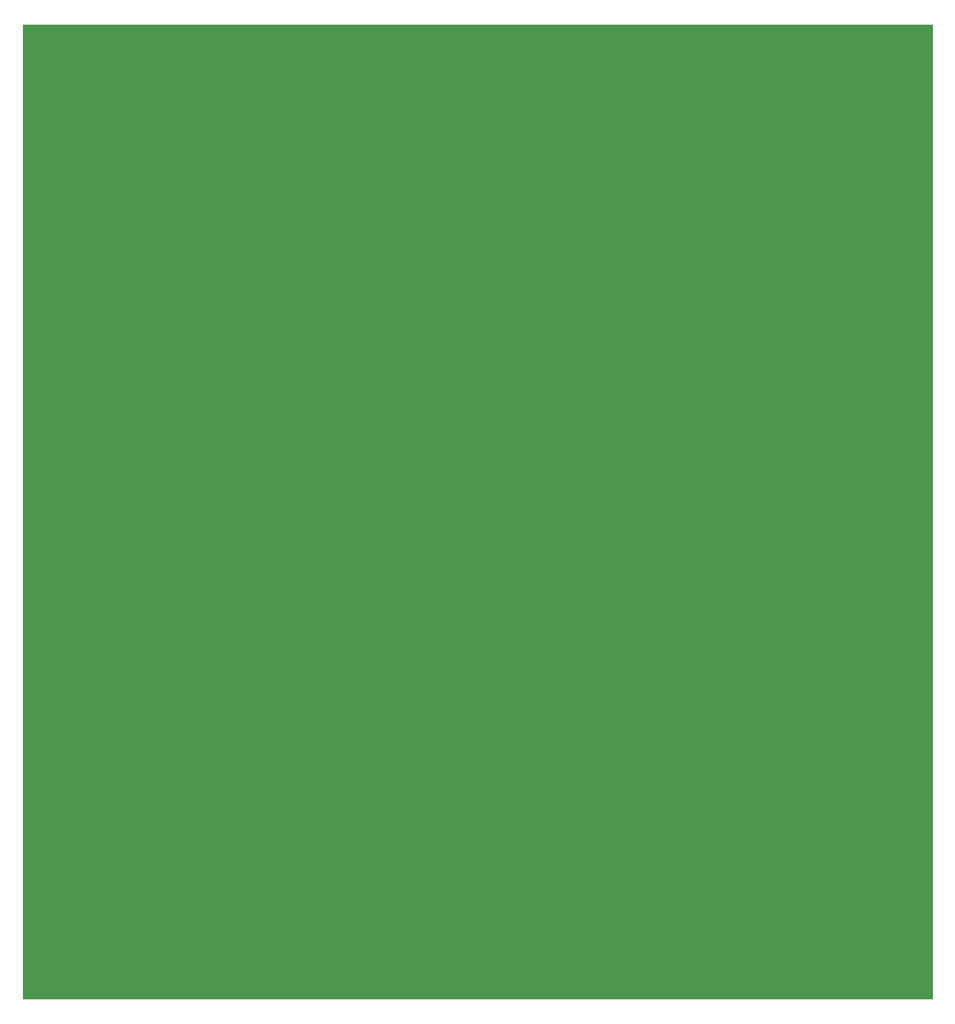
<source format=gbl>
%MOIN*%
%OFA0B0*%
%FSLAX44Y44*%
%IPPOS*%
%LPD*%
%ADD10R,0.0015506123092315811X0.0030974960246757484*%
D10*
X-00000115Y-00000084D02*
X00035564Y-00000084D01*
X-00000115Y-00000053D02*
X00035564Y-00000053D01*
X-00000115Y-00000022D02*
X00035564Y-00000022D01*
X-00000115Y00000008D02*
X00035564Y00000008D01*
X-00000115Y00000039D02*
X00035564Y00000039D01*
X-00000115Y00000070D02*
X00035564Y00000070D01*
X-00000115Y00000101D02*
X00035564Y00000101D01*
X-00000115Y00000132D02*
X00035564Y00000132D01*
X-00000115Y00000163D02*
X00035564Y00000163D01*
X-00000115Y00000194D02*
X00035564Y00000194D01*
X-00000115Y00000225D02*
X00035564Y00000225D01*
X-00000115Y00000256D02*
X00035564Y00000256D01*
X-00000115Y00000287D02*
X00035564Y00000287D01*
X-00000115Y00000318D02*
X00035564Y00000318D01*
X-00000115Y00000349D02*
X00035564Y00000349D01*
X-00000115Y00000380D02*
X00035564Y00000380D01*
X-00000115Y00000411D02*
X00035564Y00000411D01*
X-00000115Y00000442D02*
X00035564Y00000442D01*
X-00000115Y00000473D02*
X00035564Y00000473D01*
X-00000115Y00000504D02*
X00035564Y00000504D01*
X-00000115Y00000534D02*
X00035564Y00000534D01*
X-00000115Y00000565D02*
X00035564Y00000565D01*
X-00000115Y00000596D02*
X00035564Y00000596D01*
X-00000115Y00000627D02*
X00035564Y00000627D01*
X-00000115Y00000658D02*
X00035564Y00000658D01*
X-00000115Y00000689D02*
X00035564Y00000689D01*
X-00000115Y00000720D02*
X00035564Y00000720D01*
X-00000115Y00000751D02*
X00035564Y00000751D01*
X-00000115Y00000782D02*
X00035564Y00000782D01*
X-00000115Y00000813D02*
X00035564Y00000813D01*
X-00000115Y00000844D02*
X00035564Y00000844D01*
X-00000115Y00000875D02*
X00035564Y00000875D01*
X-00000115Y00000906D02*
X00035564Y00000906D01*
X-00000115Y00000937D02*
X00035564Y00000937D01*
X-00000115Y00000968D02*
X00035564Y00000968D01*
X-00000115Y00000999D02*
X00035564Y00000999D01*
X-00000115Y00001030D02*
X00035564Y00001030D01*
X-00000115Y00001061D02*
X00035564Y00001061D01*
X-00000115Y00001092D02*
X00035564Y00001092D01*
X-00000115Y00001123D02*
X00035564Y00001123D01*
X-00000115Y00001154D02*
X00035564Y00001154D01*
X-00000115Y00001185D02*
X00035564Y00001185D01*
X-00000115Y00001216D02*
X00035564Y00001216D01*
X-00000115Y00001247D02*
X00035564Y00001247D01*
X-00000115Y00001278D02*
X00035564Y00001278D01*
X-00000115Y00001309D02*
X00035564Y00001309D01*
X-00000115Y00001340D02*
X00035564Y00001340D01*
X-00000115Y00001371D02*
X00035564Y00001371D01*
X-00000115Y00001402D02*
X00035564Y00001402D01*
X-00000115Y00001433D02*
X00035564Y00001433D01*
X-00000115Y00001464D02*
X00035564Y00001464D01*
X-00000115Y00001495D02*
X00035564Y00001495D01*
X-00000115Y00001526D02*
X00035564Y00001526D01*
X-00000115Y00001557D02*
X00035564Y00001557D01*
X-00000115Y00001588D02*
X00035564Y00001588D01*
X-00000115Y00001619D02*
X00035564Y00001619D01*
X-00000115Y00001650D02*
X00035564Y00001650D01*
X-00000115Y00001681D02*
X00035564Y00001681D01*
X-00000115Y00001712D02*
X00035564Y00001712D01*
X-00000115Y00001743D02*
X00035564Y00001743D01*
X-00000115Y00001773D02*
X00035564Y00001773D01*
X-00000115Y00001804D02*
X00035564Y00001804D01*
X-00000115Y00001835D02*
X00035564Y00001835D01*
X-00000115Y00001866D02*
X00035564Y00001866D01*
X-00000115Y00001897D02*
X00035564Y00001897D01*
X-00000115Y00001928D02*
X00035564Y00001928D01*
X-00000115Y00001959D02*
X00035564Y00001959D01*
X-00000115Y00001990D02*
X00035564Y00001990D01*
X-00000115Y00002021D02*
X00035564Y00002021D01*
X-00000115Y00002052D02*
X00035564Y00002052D01*
X-00000115Y00002083D02*
X00035564Y00002083D01*
X-00000115Y00002114D02*
X00035564Y00002114D01*
X-00000115Y00002145D02*
X00035564Y00002145D01*
X-00000115Y00002176D02*
X00035564Y00002176D01*
X-00000115Y00002207D02*
X00035564Y00002207D01*
X-00000115Y00002238D02*
X00035564Y00002238D01*
X-00000115Y00002269D02*
X00035564Y00002269D01*
X-00000115Y00002300D02*
X00035564Y00002300D01*
X-00000115Y00002331D02*
X00035564Y00002331D01*
X-00000115Y00002362D02*
X00035564Y00002362D01*
X-00000115Y00002393D02*
X00035564Y00002393D01*
X-00000115Y00002424D02*
X00035564Y00002424D01*
X-00000115Y00002455D02*
X00035564Y00002455D01*
X-00000115Y00002486D02*
X00035564Y00002486D01*
X-00000115Y00002517D02*
X00035564Y00002517D01*
X-00000115Y00002548D02*
X00035564Y00002548D01*
X-00000115Y00002579D02*
X00035564Y00002579D01*
X-00000115Y00002610D02*
X00035564Y00002610D01*
X-00000115Y00002641D02*
X00035564Y00002641D01*
X-00000115Y00002672D02*
X00035564Y00002672D01*
X-00000115Y00002703D02*
X00035564Y00002703D01*
X-00000115Y00002734D02*
X00035564Y00002734D01*
X-00000115Y00002765D02*
X00035564Y00002765D01*
X-00000115Y00002796D02*
X00035564Y00002796D01*
X-00000115Y00002827D02*
X00035564Y00002827D01*
X-00000115Y00002858D02*
X00035564Y00002858D01*
X-00000115Y00002889D02*
X00035564Y00002889D01*
X-00000115Y00002920D02*
X00035564Y00002920D01*
X-00000115Y00002951D02*
X00035564Y00002951D01*
X-00000115Y00002982D02*
X00035564Y00002982D01*
X-00000115Y00003012D02*
X00035564Y00003012D01*
X-00000115Y00003043D02*
X00035564Y00003043D01*
X-00000115Y00003074D02*
X00035564Y00003074D01*
X-00000115Y00003105D02*
X00035564Y00003105D01*
X-00000115Y00003136D02*
X00035564Y00003136D01*
X-00000115Y00003167D02*
X00035564Y00003167D01*
X-00000115Y00003198D02*
X00035564Y00003198D01*
X-00000115Y00003229D02*
X00035564Y00003229D01*
X-00000115Y00003260D02*
X00035564Y00003260D01*
X-00000115Y00003291D02*
X00035564Y00003291D01*
X-00000115Y00003322D02*
X00035564Y00003322D01*
X-00000115Y00003353D02*
X00035564Y00003353D01*
X-00000115Y00003384D02*
X00035564Y00003384D01*
X-00000115Y00003415D02*
X00035564Y00003415D01*
X-00000115Y00003446D02*
X00035564Y00003446D01*
X-00000115Y00003477D02*
X00035564Y00003477D01*
X-00000115Y00003508D02*
X00035564Y00003508D01*
X-00000115Y00003539D02*
X00035564Y00003539D01*
X-00000115Y00003570D02*
X00035564Y00003570D01*
X-00000115Y00003601D02*
X00035564Y00003601D01*
X-00000115Y00003632D02*
X00035564Y00003632D01*
X-00000115Y00003663D02*
X00035564Y00003663D01*
X-00000115Y00003694D02*
X00035564Y00003694D01*
X-00000115Y00003725D02*
X00035564Y00003725D01*
X-00000115Y00003756D02*
X00035564Y00003756D01*
X-00000115Y00003787D02*
X00035564Y00003787D01*
X-00000115Y00003818D02*
X00035564Y00003818D01*
X-00000115Y00003849D02*
X00035564Y00003849D01*
X-00000115Y00003880D02*
X00035564Y00003880D01*
X-00000115Y00003911D02*
X00035564Y00003911D01*
X-00000115Y00003942D02*
X00035564Y00003942D01*
X-00000115Y00003973D02*
X00035564Y00003973D01*
X-00000115Y00004004D02*
X00035564Y00004004D01*
X-00000115Y00004035D02*
X00035564Y00004035D01*
X-00000115Y00004066D02*
X00035564Y00004066D01*
X-00000115Y00004097D02*
X00035564Y00004097D01*
X-00000115Y00004128D02*
X00035564Y00004128D01*
X-00000115Y00004159D02*
X00035564Y00004159D01*
X-00000115Y00004190D02*
X00035564Y00004190D01*
X-00000115Y00004221D02*
X00035564Y00004221D01*
X-00000115Y00004251D02*
X00035564Y00004251D01*
X-00000115Y00004282D02*
X00035564Y00004282D01*
X-00000115Y00004313D02*
X00035564Y00004313D01*
X-00000115Y00004344D02*
X00035564Y00004344D01*
X-00000115Y00004375D02*
X00035564Y00004375D01*
X-00000115Y00004406D02*
X00035564Y00004406D01*
X-00000115Y00004437D02*
X00035564Y00004437D01*
X-00000115Y00004468D02*
X00035564Y00004468D01*
X-00000115Y00004499D02*
X00035564Y00004499D01*
X-00000115Y00004530D02*
X00035564Y00004530D01*
X-00000115Y00004561D02*
X00035564Y00004561D01*
X-00000115Y00004592D02*
X00035564Y00004592D01*
X-00000115Y00004623D02*
X00035564Y00004623D01*
X-00000115Y00004654D02*
X00035564Y00004654D01*
X-00000115Y00004685D02*
X00035564Y00004685D01*
X-00000115Y00004716D02*
X00035564Y00004716D01*
X-00000115Y00004747D02*
X00035564Y00004747D01*
X-00000115Y00004778D02*
X00035564Y00004778D01*
X-00000115Y00004809D02*
X00035564Y00004809D01*
X-00000115Y00004840D02*
X00035564Y00004840D01*
X-00000115Y00004871D02*
X00035564Y00004871D01*
X-00000115Y00004902D02*
X00035564Y00004902D01*
X-00000115Y00004933D02*
X00035564Y00004933D01*
X-00000115Y00004964D02*
X00035564Y00004964D01*
X-00000115Y00004995D02*
X00035564Y00004995D01*
X-00000115Y00005026D02*
X00035564Y00005026D01*
X-00000115Y00005057D02*
X00035564Y00005057D01*
X-00000115Y00005088D02*
X00035564Y00005088D01*
X-00000115Y00005119D02*
X00035564Y00005119D01*
X-00000115Y00005150D02*
X00035564Y00005150D01*
X-00000115Y00005181D02*
X00035564Y00005181D01*
X-00000115Y00005212D02*
X00035564Y00005212D01*
X-00000115Y00005243D02*
X00035564Y00005243D01*
X-00000115Y00005274D02*
X00035564Y00005274D01*
X-00000115Y00005305D02*
X00035564Y00005305D01*
X-00000115Y00005336D02*
X00035564Y00005336D01*
X-00000115Y00005367D02*
X00035564Y00005367D01*
X-00000115Y00005398D02*
X00035564Y00005398D01*
X-00000115Y00005429D02*
X00035564Y00005429D01*
X-00000115Y00005460D02*
X00035564Y00005460D01*
X-00000115Y00005490D02*
X00035564Y00005490D01*
X-00000115Y00005521D02*
X00035564Y00005521D01*
X-00000115Y00005552D02*
X00035564Y00005552D01*
X-00000115Y00005583D02*
X00035564Y00005583D01*
X-00000115Y00005614D02*
X00035564Y00005614D01*
X-00000115Y00005645D02*
X00035564Y00005645D01*
X-00000115Y00005676D02*
X00035564Y00005676D01*
X-00000115Y00005707D02*
X00035564Y00005707D01*
X-00000115Y00005738D02*
X00035564Y00005738D01*
X-00000115Y00005769D02*
X00035564Y00005769D01*
X-00000115Y00005800D02*
X00035564Y00005800D01*
X-00000115Y00005831D02*
X00035564Y00005831D01*
X-00000115Y00005862D02*
X00035564Y00005862D01*
X-00000115Y00005893D02*
X00035564Y00005893D01*
X-00000115Y00005924D02*
X00035564Y00005924D01*
X-00000115Y00005955D02*
X00035564Y00005955D01*
X-00000115Y00005986D02*
X00035564Y00005986D01*
X-00000115Y00006017D02*
X00035564Y00006017D01*
X-00000115Y00006048D02*
X00035564Y00006048D01*
X-00000115Y00006079D02*
X00035564Y00006079D01*
X-00000115Y00006110D02*
X00035564Y00006110D01*
X-00000115Y00006141D02*
X00035564Y00006141D01*
X-00000115Y00006172D02*
X00035564Y00006172D01*
X-00000115Y00006203D02*
X00035564Y00006203D01*
X-00000115Y00006234D02*
X00035564Y00006234D01*
X-00000115Y00006265D02*
X00035564Y00006265D01*
X-00000115Y00006296D02*
X00035564Y00006296D01*
X-00000115Y00006327D02*
X00035564Y00006327D01*
X-00000115Y00006358D02*
X00035564Y00006358D01*
X-00000115Y00006389D02*
X00035564Y00006389D01*
X-00000115Y00006420D02*
X00035564Y00006420D01*
X-00000115Y00006451D02*
X00035564Y00006451D01*
X-00000115Y00006482D02*
X00035564Y00006482D01*
X-00000115Y00006513D02*
X00035564Y00006513D01*
X-00000115Y00006544D02*
X00035564Y00006544D01*
X-00000115Y00006575D02*
X00035564Y00006575D01*
X-00000115Y00006606D02*
X00035564Y00006606D01*
X-00000115Y00006637D02*
X00035564Y00006637D01*
X-00000115Y00006668D02*
X00035564Y00006668D01*
X-00000115Y00006699D02*
X00035564Y00006699D01*
X-00000115Y00006729D02*
X00035564Y00006729D01*
X-00000115Y00006760D02*
X00035564Y00006760D01*
X-00000115Y00006791D02*
X00035564Y00006791D01*
X-00000115Y00006822D02*
X00035564Y00006822D01*
X-00000115Y00006853D02*
X00035564Y00006853D01*
X-00000115Y00006884D02*
X00035564Y00006884D01*
X-00000115Y00006915D02*
X00035564Y00006915D01*
X-00000115Y00006946D02*
X00035564Y00006946D01*
X-00000115Y00006977D02*
X00035564Y00006977D01*
X-00000115Y00007008D02*
X00035564Y00007008D01*
X-00000115Y00007039D02*
X00035564Y00007039D01*
X-00000115Y00007070D02*
X00035564Y00007070D01*
X-00000115Y00007101D02*
X00035564Y00007101D01*
X-00000115Y00007132D02*
X00035564Y00007132D01*
X-00000115Y00007163D02*
X00035564Y00007163D01*
X-00000115Y00007194D02*
X00035564Y00007194D01*
X-00000115Y00007225D02*
X00035564Y00007225D01*
X-00000115Y00007256D02*
X00035564Y00007256D01*
X-00000115Y00007287D02*
X00035564Y00007287D01*
X-00000115Y00007318D02*
X00035564Y00007318D01*
X-00000115Y00007349D02*
X00035564Y00007349D01*
X-00000115Y00007380D02*
X00035564Y00007380D01*
X-00000115Y00007411D02*
X00035564Y00007411D01*
X-00000115Y00007442D02*
X00035564Y00007442D01*
X-00000115Y00007473D02*
X00035564Y00007473D01*
X-00000115Y00007504D02*
X00035564Y00007504D01*
X-00000115Y00007535D02*
X00035564Y00007535D01*
X-00000115Y00007566D02*
X00035564Y00007566D01*
X-00000115Y00007597D02*
X00035564Y00007597D01*
X-00000115Y00007628D02*
X00035564Y00007628D01*
X-00000115Y00007659D02*
X00035564Y00007659D01*
X-00000115Y00007690D02*
X00035564Y00007690D01*
X-00000115Y00007721D02*
X00035564Y00007721D01*
X-00000115Y00007752D02*
X00035564Y00007752D01*
X-00000115Y00007783D02*
X00035564Y00007783D01*
X-00000115Y00007814D02*
X00035564Y00007814D01*
X-00000115Y00007845D02*
X00035564Y00007845D01*
X-00000115Y00007876D02*
X00035564Y00007876D01*
X-00000115Y00007907D02*
X00035564Y00007907D01*
X-00000115Y00007938D02*
X00035564Y00007938D01*
X-00000115Y00007968D02*
X00035564Y00007968D01*
X-00000115Y00007999D02*
X00035564Y00007999D01*
X-00000115Y00008030D02*
X00035564Y00008030D01*
X-00000115Y00008061D02*
X00035564Y00008061D01*
X-00000115Y00008092D02*
X00035564Y00008092D01*
X-00000115Y00008123D02*
X00035564Y00008123D01*
X-00000115Y00008154D02*
X00035564Y00008154D01*
X-00000115Y00008185D02*
X00035564Y00008185D01*
X-00000115Y00008216D02*
X00035564Y00008216D01*
X-00000115Y00008247D02*
X00035564Y00008247D01*
X-00000115Y00008278D02*
X00035564Y00008278D01*
X-00000115Y00008309D02*
X00035564Y00008309D01*
X-00000115Y00008340D02*
X00035564Y00008340D01*
X-00000115Y00008371D02*
X00035564Y00008371D01*
X-00000115Y00008402D02*
X00035564Y00008402D01*
X-00000115Y00008433D02*
X00035564Y00008433D01*
X-00000115Y00008464D02*
X00035564Y00008464D01*
X-00000115Y00008495D02*
X00035564Y00008495D01*
X-00000115Y00008526D02*
X00035564Y00008526D01*
X-00000115Y00008557D02*
X00035564Y00008557D01*
X-00000115Y00008588D02*
X00035564Y00008588D01*
X-00000115Y00008619D02*
X00035564Y00008619D01*
X-00000115Y00008650D02*
X00035564Y00008650D01*
X-00000115Y00008681D02*
X00035564Y00008681D01*
X-00000115Y00008712D02*
X00035564Y00008712D01*
X-00000115Y00008743D02*
X00035564Y00008743D01*
X-00000115Y00008774D02*
X00035564Y00008774D01*
X-00000115Y00008805D02*
X00035564Y00008805D01*
X-00000115Y00008836D02*
X00035564Y00008836D01*
X-00000115Y00008867D02*
X00035564Y00008867D01*
X-00000115Y00008898D02*
X00035564Y00008898D01*
X-00000115Y00008929D02*
X00035564Y00008929D01*
X-00000115Y00008960D02*
X00035564Y00008960D01*
X-00000115Y00008991D02*
X00035564Y00008991D01*
X-00000115Y00009022D02*
X00035564Y00009022D01*
X-00000115Y00009053D02*
X00035564Y00009053D01*
X-00000115Y00009084D02*
X00035564Y00009084D01*
X-00000115Y00009115D02*
X00035564Y00009115D01*
X-00000115Y00009146D02*
X00035564Y00009146D01*
X-00000115Y00009177D02*
X00035564Y00009177D01*
X-00000115Y00009207D02*
X00035564Y00009207D01*
X-00000115Y00009238D02*
X00035564Y00009238D01*
X-00000115Y00009269D02*
X00035564Y00009269D01*
X-00000115Y00009300D02*
X00035564Y00009300D01*
X-00000115Y00009331D02*
X00035564Y00009331D01*
X-00000115Y00009362D02*
X00035564Y00009362D01*
X-00000115Y00009393D02*
X00035564Y00009393D01*
X-00000115Y00009424D02*
X00035564Y00009424D01*
X-00000115Y00009455D02*
X00035564Y00009455D01*
X-00000115Y00009486D02*
X00035564Y00009486D01*
X-00000115Y00009517D02*
X00035564Y00009517D01*
X-00000115Y00009548D02*
X00035564Y00009548D01*
X-00000115Y00009579D02*
X00035564Y00009579D01*
X-00000115Y00009610D02*
X00035564Y00009610D01*
X-00000115Y00009641D02*
X00035564Y00009641D01*
X-00000115Y00009672D02*
X00035564Y00009672D01*
X-00000115Y00009703D02*
X00035564Y00009703D01*
X-00000115Y00009734D02*
X00035564Y00009734D01*
X-00000115Y00009765D02*
X00035564Y00009765D01*
X-00000115Y00009796D02*
X00035564Y00009796D01*
X-00000115Y00009827D02*
X00035564Y00009827D01*
X-00000115Y00009858D02*
X00035564Y00009858D01*
X-00000115Y00009889D02*
X00035564Y00009889D01*
X-00000115Y00009920D02*
X00035564Y00009920D01*
X-00000115Y00009951D02*
X00035564Y00009951D01*
X-00000115Y00009982D02*
X00035564Y00009982D01*
X-00000115Y00010013D02*
X00035564Y00010013D01*
X-00000115Y00010044D02*
X00035564Y00010044D01*
X-00000115Y00010075D02*
X00035564Y00010075D01*
X-00000115Y00010106D02*
X00035564Y00010106D01*
X-00000115Y00010137D02*
X00035564Y00010137D01*
X-00000115Y00010168D02*
X00035564Y00010168D01*
X-00000115Y00010199D02*
X00035564Y00010199D01*
X-00000115Y00010230D02*
X00035564Y00010230D01*
X-00000115Y00010261D02*
X00035564Y00010261D01*
X-00000115Y00010292D02*
X00035564Y00010292D01*
X-00000115Y00010323D02*
X00035564Y00010323D01*
X-00000115Y00010354D02*
X00035564Y00010354D01*
X-00000115Y00010385D02*
X00035564Y00010385D01*
X-00000115Y00010415D02*
X00035564Y00010415D01*
X-00000115Y00010446D02*
X00035564Y00010446D01*
X-00000115Y00010477D02*
X00035564Y00010477D01*
X-00000115Y00010508D02*
X00035564Y00010508D01*
X-00000115Y00010539D02*
X00035564Y00010539D01*
X-00000115Y00010570D02*
X00035564Y00010570D01*
X-00000115Y00010601D02*
X00035564Y00010601D01*
X-00000115Y00010632D02*
X00035564Y00010632D01*
X-00000115Y00010663D02*
X00035564Y00010663D01*
X-00000115Y00010694D02*
X00035564Y00010694D01*
X-00000115Y00010725D02*
X00035564Y00010725D01*
X-00000115Y00010756D02*
X00035564Y00010756D01*
X-00000115Y00010787D02*
X00035564Y00010787D01*
X-00000115Y00010818D02*
X00035564Y00010818D01*
X-00000115Y00010849D02*
X00035564Y00010849D01*
X-00000115Y00010880D02*
X00035564Y00010880D01*
X-00000115Y00010911D02*
X00035564Y00010911D01*
X-00000115Y00010942D02*
X00035564Y00010942D01*
X-00000115Y00010973D02*
X00035564Y00010973D01*
X-00000115Y00011004D02*
X00035564Y00011004D01*
X-00000115Y00011035D02*
X00035564Y00011035D01*
X-00000115Y00011066D02*
X00035564Y00011066D01*
X-00000115Y00011097D02*
X00035564Y00011097D01*
X-00000115Y00011128D02*
X00035564Y00011128D01*
X-00000115Y00011159D02*
X00035564Y00011159D01*
X-00000115Y00011190D02*
X00035564Y00011190D01*
X-00000115Y00011221D02*
X00035564Y00011221D01*
X-00000115Y00011252D02*
X00035564Y00011252D01*
X-00000115Y00011283D02*
X00035564Y00011283D01*
X-00000115Y00011314D02*
X00035564Y00011314D01*
X-00000115Y00011345D02*
X00035564Y00011345D01*
X-00000115Y00011376D02*
X00035564Y00011376D01*
X-00000115Y00011407D02*
X00035564Y00011407D01*
X-00000115Y00011438D02*
X00035564Y00011438D01*
X-00000115Y00011469D02*
X00035564Y00011469D01*
X-00000115Y00011500D02*
X00035564Y00011500D01*
X-00000115Y00011531D02*
X00035564Y00011531D01*
X-00000115Y00011562D02*
X00035564Y00011562D01*
X-00000115Y00011593D02*
X00035564Y00011593D01*
X-00000115Y00011624D02*
X00035564Y00011624D01*
X-00000115Y00011654D02*
X00035564Y00011654D01*
X-00000115Y00011685D02*
X00035564Y00011685D01*
X-00000115Y00011716D02*
X00035564Y00011716D01*
X-00000115Y00011747D02*
X00035564Y00011747D01*
X-00000115Y00011778D02*
X00035564Y00011778D01*
X-00000115Y00011809D02*
X00035564Y00011809D01*
X-00000115Y00011840D02*
X00035564Y00011840D01*
X-00000115Y00011871D02*
X00035564Y00011871D01*
X-00000115Y00011902D02*
X00035564Y00011902D01*
X-00000115Y00011933D02*
X00035564Y00011933D01*
X-00000115Y00011964D02*
X00035564Y00011964D01*
X-00000115Y00011995D02*
X00035564Y00011995D01*
X-00000115Y00012026D02*
X00035564Y00012026D01*
X-00000115Y00012057D02*
X00035564Y00012057D01*
X-00000115Y00012088D02*
X00035564Y00012088D01*
X-00000115Y00012119D02*
X00035564Y00012119D01*
X-00000115Y00012150D02*
X00035564Y00012150D01*
X-00000115Y00012181D02*
X00035564Y00012181D01*
X-00000115Y00012212D02*
X00035564Y00012212D01*
X-00000115Y00012243D02*
X00035564Y00012243D01*
X-00000115Y00012274D02*
X00035564Y00012274D01*
X-00000115Y00012305D02*
X00035564Y00012305D01*
X-00000115Y00012336D02*
X00035564Y00012336D01*
X-00000115Y00012367D02*
X00035564Y00012367D01*
X-00000115Y00012398D02*
X00035564Y00012398D01*
X-00000115Y00012429D02*
X00035564Y00012429D01*
X-00000115Y00012460D02*
X00035564Y00012460D01*
X-00000115Y00012491D02*
X00035564Y00012491D01*
X-00000115Y00012522D02*
X00035564Y00012522D01*
X-00000115Y00012553D02*
X00035564Y00012553D01*
X-00000115Y00012584D02*
X00035564Y00012584D01*
X-00000115Y00012615D02*
X00035564Y00012615D01*
X-00000115Y00012646D02*
X00035564Y00012646D01*
X-00000115Y00012677D02*
X00035564Y00012677D01*
X-00000115Y00012708D02*
X00035564Y00012708D01*
X-00000115Y00012739D02*
X00035564Y00012739D01*
X-00000115Y00012770D02*
X00035564Y00012770D01*
X-00000115Y00012801D02*
X00035564Y00012801D01*
X-00000115Y00012832D02*
X00035564Y00012832D01*
X-00000115Y00012863D02*
X00035564Y00012863D01*
X-00000115Y00012893D02*
X00035564Y00012893D01*
X-00000115Y00012924D02*
X00035564Y00012924D01*
X-00000115Y00012955D02*
X00035564Y00012955D01*
X-00000115Y00012986D02*
X00035564Y00012986D01*
X-00000115Y00013017D02*
X00035564Y00013017D01*
X-00000115Y00013048D02*
X00035564Y00013048D01*
X-00000115Y00013079D02*
X00035564Y00013079D01*
X-00000115Y00013110D02*
X00035564Y00013110D01*
X-00000115Y00013141D02*
X00035564Y00013141D01*
X-00000115Y00013172D02*
X00035564Y00013172D01*
X-00000115Y00013203D02*
X00035564Y00013203D01*
X-00000115Y00013234D02*
X00035564Y00013234D01*
X-00000115Y00013265D02*
X00035564Y00013265D01*
X-00000115Y00013296D02*
X00035564Y00013296D01*
X-00000115Y00013327D02*
X00035564Y00013327D01*
X-00000115Y00013358D02*
X00035564Y00013358D01*
X-00000115Y00013389D02*
X00035564Y00013389D01*
X-00000115Y00013420D02*
X00035564Y00013420D01*
X-00000115Y00013451D02*
X00035564Y00013451D01*
X-00000115Y00013482D02*
X00035564Y00013482D01*
X-00000115Y00013513D02*
X00035564Y00013513D01*
X-00000115Y00013544D02*
X00035564Y00013544D01*
X-00000115Y00013575D02*
X00035564Y00013575D01*
X-00000115Y00013606D02*
X00035564Y00013606D01*
X-00000115Y00013637D02*
X00035564Y00013637D01*
X-00000115Y00013668D02*
X00035564Y00013668D01*
X-00000115Y00013699D02*
X00035564Y00013699D01*
X-00000115Y00013730D02*
X00035564Y00013730D01*
X-00000115Y00013761D02*
X00035564Y00013761D01*
X-00000115Y00013792D02*
X00035564Y00013792D01*
X-00000115Y00013823D02*
X00035564Y00013823D01*
X-00000115Y00013854D02*
X00035564Y00013854D01*
X-00000115Y00013885D02*
X00035564Y00013885D01*
X-00000115Y00013916D02*
X00035564Y00013916D01*
X-00000115Y00013947D02*
X00035564Y00013947D01*
X-00000115Y00013978D02*
X00035564Y00013978D01*
X-00000115Y00014009D02*
X00035564Y00014009D01*
X-00000115Y00014040D02*
X00035564Y00014040D01*
X-00000115Y00014071D02*
X00035564Y00014071D01*
X-00000115Y00014102D02*
X00035564Y00014102D01*
X-00000115Y00014132D02*
X00035564Y00014132D01*
X-00000115Y00014163D02*
X00035564Y00014163D01*
X-00000115Y00014194D02*
X00035564Y00014194D01*
X-00000115Y00014225D02*
X00035564Y00014225D01*
X-00000115Y00014256D02*
X00035564Y00014256D01*
X-00000115Y00014287D02*
X00035564Y00014287D01*
X-00000115Y00014318D02*
X00035564Y00014318D01*
X-00000115Y00014349D02*
X00035564Y00014349D01*
X-00000115Y00014380D02*
X00035564Y00014380D01*
X-00000115Y00014411D02*
X00035564Y00014411D01*
X-00000115Y00014442D02*
X00035564Y00014442D01*
X-00000115Y00014473D02*
X00035564Y00014473D01*
X-00000115Y00014504D02*
X00035564Y00014504D01*
X-00000115Y00014535D02*
X00035564Y00014535D01*
X-00000115Y00014566D02*
X00035564Y00014566D01*
X-00000115Y00014597D02*
X00035564Y00014597D01*
X-00000115Y00014628D02*
X00035564Y00014628D01*
X-00000115Y00014659D02*
X00035564Y00014659D01*
X-00000115Y00014690D02*
X00035564Y00014690D01*
X-00000115Y00014721D02*
X00035564Y00014721D01*
X-00000115Y00014752D02*
X00035564Y00014752D01*
X-00000115Y00014783D02*
X00035564Y00014783D01*
X-00000115Y00014814D02*
X00035564Y00014814D01*
X-00000115Y00014845D02*
X00035564Y00014845D01*
X-00000115Y00014876D02*
X00035564Y00014876D01*
X-00000115Y00014907D02*
X00035564Y00014907D01*
X-00000115Y00014938D02*
X00035564Y00014938D01*
X-00000115Y00014969D02*
X00035564Y00014969D01*
X-00000115Y00015000D02*
X00035564Y00015000D01*
X-00000115Y00015031D02*
X00035564Y00015031D01*
X-00000115Y00015062D02*
X00035564Y00015062D01*
X-00000115Y00015093D02*
X00035564Y00015093D01*
X-00000115Y00015124D02*
X00035564Y00015124D01*
X-00000115Y00015155D02*
X00035564Y00015155D01*
X-00000115Y00015186D02*
X00035564Y00015186D01*
X-00000115Y00015217D02*
X00035564Y00015217D01*
X-00000115Y00015248D02*
X00035564Y00015248D01*
X-00000115Y00015279D02*
X00035564Y00015279D01*
X-00000115Y00015310D02*
X00035564Y00015310D01*
X-00000115Y00015341D02*
X00035564Y00015341D01*
X-00000115Y00015371D02*
X00035564Y00015371D01*
X-00000115Y00015402D02*
X00035564Y00015402D01*
X-00000115Y00015433D02*
X00035564Y00015433D01*
X-00000115Y00015464D02*
X00035564Y00015464D01*
X-00000115Y00015495D02*
X00035564Y00015495D01*
X-00000115Y00015526D02*
X00035564Y00015526D01*
X-00000115Y00015557D02*
X00035564Y00015557D01*
X-00000115Y00015588D02*
X00035564Y00015588D01*
X-00000115Y00015619D02*
X00035564Y00015619D01*
X-00000115Y00015650D02*
X00035564Y00015650D01*
X-00000115Y00015681D02*
X00035564Y00015681D01*
X-00000115Y00015712D02*
X00035564Y00015712D01*
X-00000115Y00015743D02*
X00035564Y00015743D01*
X-00000115Y00015774D02*
X00035564Y00015774D01*
X-00000115Y00015805D02*
X00035564Y00015805D01*
X-00000115Y00015836D02*
X00035564Y00015836D01*
X-00000115Y00015867D02*
X00035564Y00015867D01*
X-00000115Y00015898D02*
X00035564Y00015898D01*
X-00000115Y00015929D02*
X00035564Y00015929D01*
X-00000115Y00015960D02*
X00035564Y00015960D01*
X-00000115Y00015991D02*
X00035564Y00015991D01*
X-00000115Y00016022D02*
X00035564Y00016022D01*
X-00000115Y00016053D02*
X00035564Y00016053D01*
X-00000115Y00016084D02*
X00035564Y00016084D01*
X-00000115Y00016115D02*
X00035564Y00016115D01*
X-00000115Y00016146D02*
X00035564Y00016146D01*
X-00000115Y00016177D02*
X00035564Y00016177D01*
X-00000115Y00016208D02*
X00035564Y00016208D01*
X-00000115Y00016239D02*
X00035564Y00016239D01*
X-00000115Y00016270D02*
X00035564Y00016270D01*
X-00000115Y00016301D02*
X00035564Y00016301D01*
X-00000115Y00016332D02*
X00035564Y00016332D01*
X-00000115Y00016363D02*
X00035564Y00016363D01*
X-00000115Y00016394D02*
X00035564Y00016394D01*
X-00000115Y00016425D02*
X00035564Y00016425D01*
X-00000115Y00016456D02*
X00035564Y00016456D01*
X-00000115Y00016487D02*
X00035564Y00016487D01*
X-00000115Y00016518D02*
X00035564Y00016518D01*
X-00000115Y00016549D02*
X00035564Y00016549D01*
X-00000115Y00016580D02*
X00035564Y00016580D01*
X-00000115Y00016610D02*
X00035564Y00016610D01*
X-00000115Y00016641D02*
X00035564Y00016641D01*
X-00000115Y00016672D02*
X00035564Y00016672D01*
X-00000115Y00016703D02*
X00035564Y00016703D01*
X-00000115Y00016734D02*
X00035564Y00016734D01*
X-00000115Y00016765D02*
X00035564Y00016765D01*
X-00000115Y00016796D02*
X00035564Y00016796D01*
X-00000115Y00016827D02*
X00035564Y00016827D01*
X-00000115Y00016858D02*
X00035564Y00016858D01*
X-00000115Y00016889D02*
X00035564Y00016889D01*
X-00000115Y00016920D02*
X00035564Y00016920D01*
X-00000115Y00016951D02*
X00035564Y00016951D01*
X-00000115Y00016982D02*
X00035564Y00016982D01*
X-00000115Y00017013D02*
X00035564Y00017013D01*
X-00000115Y00017044D02*
X00035564Y00017044D01*
X-00000115Y00017075D02*
X00035564Y00017075D01*
X-00000115Y00017106D02*
X00035564Y00017106D01*
X-00000115Y00017137D02*
X00035564Y00017137D01*
X-00000115Y00017168D02*
X00035564Y00017168D01*
X-00000115Y00017199D02*
X00035564Y00017199D01*
X-00000115Y00017230D02*
X00035564Y00017230D01*
X-00000115Y00017261D02*
X00035564Y00017261D01*
X-00000115Y00017292D02*
X00035564Y00017292D01*
X-00000115Y00017323D02*
X00035564Y00017323D01*
X-00000115Y00017354D02*
X00035564Y00017354D01*
X-00000115Y00017385D02*
X00035564Y00017385D01*
X-00000115Y00017416D02*
X00035564Y00017416D01*
X-00000115Y00017447D02*
X00035564Y00017447D01*
X-00000115Y00017478D02*
X00035564Y00017478D01*
X-00000115Y00017509D02*
X00035564Y00017509D01*
X-00000115Y00017540D02*
X00035564Y00017540D01*
X-00000115Y00017571D02*
X00035564Y00017571D01*
X-00000115Y00017602D02*
X00035564Y00017602D01*
X-00000115Y00017633D02*
X00035564Y00017633D01*
X-00000115Y00017664D02*
X00035564Y00017664D01*
X-00000115Y00017695D02*
X00035564Y00017695D01*
X-00000115Y00017726D02*
X00035564Y00017726D01*
X-00000115Y00017757D02*
X00035564Y00017757D01*
X-00000115Y00017788D02*
X00035564Y00017788D01*
X-00000115Y00017819D02*
X00035564Y00017819D01*
X-00000115Y00017849D02*
X00035564Y00017849D01*
X-00000115Y00017880D02*
X00035564Y00017880D01*
X-00000115Y00017911D02*
X00035564Y00017911D01*
X-00000115Y00017942D02*
X00035564Y00017942D01*
X-00000115Y00017973D02*
X00035564Y00017973D01*
X-00000115Y00018004D02*
X00035564Y00018004D01*
X-00000115Y00018035D02*
X00035564Y00018035D01*
X-00000115Y00018066D02*
X00035564Y00018066D01*
X-00000115Y00018097D02*
X00035564Y00018097D01*
X-00000115Y00018128D02*
X00035564Y00018128D01*
X-00000115Y00018159D02*
X00035564Y00018159D01*
X-00000115Y00018190D02*
X00035564Y00018190D01*
X-00000115Y00018221D02*
X00035564Y00018221D01*
X-00000115Y00018252D02*
X00035564Y00018252D01*
X-00000115Y00018283D02*
X00035564Y00018283D01*
X-00000115Y00018314D02*
X00035564Y00018314D01*
X-00000115Y00018345D02*
X00035564Y00018345D01*
X-00000115Y00018376D02*
X00035564Y00018376D01*
X-00000115Y00018407D02*
X00035564Y00018407D01*
X-00000115Y00018438D02*
X00035564Y00018438D01*
X-00000115Y00018469D02*
X00035564Y00018469D01*
X-00000115Y00018500D02*
X00035564Y00018500D01*
X-00000115Y00018531D02*
X00035564Y00018531D01*
X-00000115Y00018562D02*
X00035564Y00018562D01*
X-00000115Y00018593D02*
X00035564Y00018593D01*
X-00000115Y00018624D02*
X00035564Y00018624D01*
X-00000115Y00018655D02*
X00035564Y00018655D01*
X-00000115Y00018686D02*
X00035564Y00018686D01*
X-00000115Y00018717D02*
X00035564Y00018717D01*
X-00000115Y00018748D02*
X00035564Y00018748D01*
X-00000115Y00018779D02*
X00035564Y00018779D01*
X-00000115Y00018810D02*
X00035564Y00018810D01*
X-00000115Y00018841D02*
X00035564Y00018841D01*
X-00000115Y00018872D02*
X00035564Y00018872D01*
X-00000115Y00018903D02*
X00035564Y00018903D01*
X-00000115Y00018934D02*
X00035564Y00018934D01*
X-00000115Y00018965D02*
X00035564Y00018965D01*
X-00000115Y00018996D02*
X00035564Y00018996D01*
X-00000115Y00019027D02*
X00035564Y00019027D01*
X-00000115Y00019058D02*
X00035564Y00019058D01*
X-00000115Y00019088D02*
X00035564Y00019088D01*
X-00000115Y00019119D02*
X00035564Y00019119D01*
X-00000115Y00019150D02*
X00035564Y00019150D01*
X-00000115Y00019181D02*
X00035564Y00019181D01*
X-00000115Y00019212D02*
X00035564Y00019212D01*
X-00000115Y00019243D02*
X00035564Y00019243D01*
X-00000115Y00019274D02*
X00035564Y00019274D01*
X-00000115Y00019305D02*
X00035564Y00019305D01*
X-00000115Y00019336D02*
X00035564Y00019336D01*
X-00000115Y00019367D02*
X00035564Y00019367D01*
X-00000115Y00019398D02*
X00035564Y00019398D01*
X-00000115Y00019429D02*
X00035564Y00019429D01*
X-00000115Y00019460D02*
X00035564Y00019460D01*
X-00000115Y00019491D02*
X00035564Y00019491D01*
X-00000115Y00019522D02*
X00035564Y00019522D01*
X-00000115Y00019553D02*
X00035564Y00019553D01*
X-00000115Y00019584D02*
X00035564Y00019584D01*
X-00000115Y00019615D02*
X00035564Y00019615D01*
X-00000115Y00019646D02*
X00035564Y00019646D01*
X-00000115Y00019677D02*
X00035564Y00019677D01*
X-00000115Y00019708D02*
X00035564Y00019708D01*
X-00000115Y00019739D02*
X00035564Y00019739D01*
X-00000115Y00019770D02*
X00035564Y00019770D01*
X-00000115Y00019801D02*
X00035564Y00019801D01*
X-00000115Y00019832D02*
X00035564Y00019832D01*
X-00000115Y00019863D02*
X00035564Y00019863D01*
X-00000115Y00019894D02*
X00035564Y00019894D01*
X-00000115Y00019925D02*
X00035564Y00019925D01*
X-00000115Y00019956D02*
X00035564Y00019956D01*
X-00000115Y00019987D02*
X00035564Y00019987D01*
X-00000115Y00020018D02*
X00035564Y00020018D01*
X-00000115Y00020049D02*
X00035564Y00020049D01*
X-00000115Y00020080D02*
X00035564Y00020080D01*
X-00000115Y00020111D02*
X00035564Y00020111D01*
X-00000115Y00020142D02*
X00035564Y00020142D01*
X-00000115Y00020173D02*
X00035564Y00020173D01*
X-00000115Y00020204D02*
X00035564Y00020204D01*
X-00000115Y00020235D02*
X00035564Y00020235D01*
X-00000115Y00020266D02*
X00035564Y00020266D01*
X-00000115Y00020297D02*
X00035564Y00020297D01*
X-00000115Y00020327D02*
X00035564Y00020327D01*
X-00000115Y00020358D02*
X00035564Y00020358D01*
X-00000115Y00020389D02*
X00035564Y00020389D01*
X-00000115Y00020420D02*
X00035564Y00020420D01*
X-00000115Y00020451D02*
X00035564Y00020451D01*
X-00000115Y00020482D02*
X00035564Y00020482D01*
X-00000115Y00020513D02*
X00035564Y00020513D01*
X-00000115Y00020544D02*
X00035564Y00020544D01*
X-00000115Y00020575D02*
X00035564Y00020575D01*
X-00000115Y00020606D02*
X00035564Y00020606D01*
X-00000115Y00020637D02*
X00035564Y00020637D01*
X-00000115Y00020668D02*
X00035564Y00020668D01*
X-00000115Y00020699D02*
X00035564Y00020699D01*
X-00000115Y00020730D02*
X00035564Y00020730D01*
X-00000115Y00020761D02*
X00035564Y00020761D01*
X-00000115Y00020792D02*
X00035564Y00020792D01*
X-00000115Y00020823D02*
X00035564Y00020823D01*
X-00000115Y00020854D02*
X00035564Y00020854D01*
X-00000115Y00020885D02*
X00035564Y00020885D01*
X-00000115Y00020916D02*
X00035564Y00020916D01*
X-00000115Y00020947D02*
X00035564Y00020947D01*
X-00000115Y00020978D02*
X00035564Y00020978D01*
X-00000115Y00021009D02*
X00035564Y00021009D01*
X-00000115Y00021040D02*
X00035564Y00021040D01*
X-00000115Y00021071D02*
X00035564Y00021071D01*
X-00000115Y00021102D02*
X00035564Y00021102D01*
X-00000115Y00021133D02*
X00035564Y00021133D01*
X-00000115Y00021164D02*
X00035564Y00021164D01*
X-00000115Y00021195D02*
X00035564Y00021195D01*
X-00000115Y00021226D02*
X00035564Y00021226D01*
X-00000115Y00021257D02*
X00035564Y00021257D01*
X-00000115Y00021288D02*
X00035564Y00021288D01*
X-00000115Y00021319D02*
X00035564Y00021319D01*
X-00000115Y00021350D02*
X00035564Y00021350D01*
X-00000115Y00021381D02*
X00035564Y00021381D01*
X-00000115Y00021412D02*
X00035564Y00021412D01*
X-00000115Y00021443D02*
X00035564Y00021443D01*
X-00000115Y00021474D02*
X00035564Y00021474D01*
X-00000115Y00021505D02*
X00035564Y00021505D01*
X-00000115Y00021536D02*
X00035564Y00021536D01*
X-00000115Y00021566D02*
X00035564Y00021566D01*
X-00000115Y00021597D02*
X00035564Y00021597D01*
X-00000115Y00021628D02*
X00035564Y00021628D01*
X-00000115Y00021659D02*
X00035564Y00021659D01*
X-00000115Y00021690D02*
X00035564Y00021690D01*
X-00000115Y00021721D02*
X00035564Y00021721D01*
X-00000115Y00021752D02*
X00035564Y00021752D01*
X-00000115Y00021783D02*
X00035564Y00021783D01*
X-00000115Y00021814D02*
X00035564Y00021814D01*
X-00000115Y00021845D02*
X00035564Y00021845D01*
X-00000115Y00021876D02*
X00035564Y00021876D01*
X-00000115Y00021907D02*
X00035564Y00021907D01*
X-00000115Y00021938D02*
X00035564Y00021938D01*
X-00000115Y00021969D02*
X00035564Y00021969D01*
X-00000115Y00022000D02*
X00035564Y00022000D01*
X-00000115Y00022031D02*
X00035564Y00022031D01*
X-00000115Y00022062D02*
X00035564Y00022062D01*
X-00000115Y00022093D02*
X00035564Y00022093D01*
X-00000115Y00022124D02*
X00035564Y00022124D01*
X-00000115Y00022155D02*
X00035564Y00022155D01*
X-00000115Y00022186D02*
X00035564Y00022186D01*
X-00000115Y00022217D02*
X00035564Y00022217D01*
X-00000115Y00022248D02*
X00035564Y00022248D01*
X-00000115Y00022279D02*
X00035564Y00022279D01*
X-00000115Y00022310D02*
X00035564Y00022310D01*
X-00000115Y00022341D02*
X00035564Y00022341D01*
X-00000115Y00022372D02*
X00035564Y00022372D01*
X-00000115Y00022403D02*
X00035564Y00022403D01*
X-00000115Y00022434D02*
X00035564Y00022434D01*
X-00000115Y00022465D02*
X00035564Y00022465D01*
X-00000115Y00022496D02*
X00035564Y00022496D01*
X-00000115Y00022527D02*
X00035564Y00022527D01*
X-00000115Y00022558D02*
X00035564Y00022558D01*
X-00000115Y00022589D02*
X00035564Y00022589D01*
X-00000115Y00022620D02*
X00035564Y00022620D01*
X-00000115Y00022651D02*
X00035564Y00022651D01*
X-00000115Y00022682D02*
X00035564Y00022682D01*
X-00000115Y00022713D02*
X00035564Y00022713D01*
X-00000115Y00022744D02*
X00035564Y00022744D01*
X-00000115Y00022775D02*
X00035564Y00022775D01*
X-00000115Y00022805D02*
X00035564Y00022805D01*
X-00000115Y00022836D02*
X00035564Y00022836D01*
X-00000115Y00022867D02*
X00035564Y00022867D01*
X-00000115Y00022898D02*
X00035564Y00022898D01*
X-00000115Y00022929D02*
X00035564Y00022929D01*
X-00000115Y00022960D02*
X00035564Y00022960D01*
X-00000115Y00022991D02*
X00035564Y00022991D01*
X-00000115Y00023022D02*
X00035564Y00023022D01*
X-00000115Y00023053D02*
X00035564Y00023053D01*
X-00000115Y00023084D02*
X00035564Y00023084D01*
X-00000115Y00023115D02*
X00035564Y00023115D01*
X-00000115Y00023146D02*
X00035564Y00023146D01*
X-00000115Y00023177D02*
X00035564Y00023177D01*
X-00000115Y00023208D02*
X00035564Y00023208D01*
X-00000115Y00023239D02*
X00035564Y00023239D01*
X-00000115Y00023270D02*
X00035564Y00023270D01*
X-00000115Y00023301D02*
X00035564Y00023301D01*
X-00000115Y00023332D02*
X00035564Y00023332D01*
X-00000115Y00023363D02*
X00035564Y00023363D01*
X-00000115Y00023394D02*
X00035564Y00023394D01*
X-00000115Y00023425D02*
X00035564Y00023425D01*
X-00000115Y00023456D02*
X00035564Y00023456D01*
X-00000115Y00023487D02*
X00035564Y00023487D01*
X-00000115Y00023518D02*
X00035564Y00023518D01*
X-00000115Y00023549D02*
X00035564Y00023549D01*
X-00000115Y00023580D02*
X00035564Y00023580D01*
X-00000115Y00023611D02*
X00035564Y00023611D01*
X-00000115Y00023642D02*
X00035564Y00023642D01*
X-00000115Y00023673D02*
X00035564Y00023673D01*
X-00000115Y00023704D02*
X00035564Y00023704D01*
X-00000115Y00023735D02*
X00035564Y00023735D01*
X-00000115Y00023766D02*
X00035564Y00023766D01*
X-00000115Y00023797D02*
X00035564Y00023797D01*
X-00000115Y00023828D02*
X00035564Y00023828D01*
X-00000115Y00023859D02*
X00035564Y00023859D01*
X-00000115Y00023890D02*
X00035564Y00023890D01*
X-00000115Y00023921D02*
X00035564Y00023921D01*
X-00000115Y00023952D02*
X00035564Y00023952D01*
X-00000115Y00023983D02*
X00035564Y00023983D01*
X-00000115Y00024014D02*
X00035564Y00024014D01*
X-00000115Y00024044D02*
X00035564Y00024044D01*
X-00000115Y00024075D02*
X00035564Y00024075D01*
X-00000115Y00024106D02*
X00035564Y00024106D01*
X-00000115Y00024137D02*
X00035564Y00024137D01*
X-00000115Y00024168D02*
X00035564Y00024168D01*
X-00000115Y00024199D02*
X00035564Y00024199D01*
X-00000115Y00024230D02*
X00035564Y00024230D01*
X-00000115Y00024261D02*
X00035564Y00024261D01*
X-00000115Y00024292D02*
X00035564Y00024292D01*
X-00000115Y00024323D02*
X00035564Y00024323D01*
X-00000115Y00024354D02*
X00035564Y00024354D01*
X-00000115Y00024385D02*
X00035564Y00024385D01*
X-00000115Y00024416D02*
X00035564Y00024416D01*
X-00000115Y00024447D02*
X00035564Y00024447D01*
X-00000115Y00024478D02*
X00035564Y00024478D01*
X-00000115Y00024509D02*
X00035564Y00024509D01*
X-00000115Y00024540D02*
X00035564Y00024540D01*
X-00000115Y00024571D02*
X00035564Y00024571D01*
X-00000115Y00024602D02*
X00035564Y00024602D01*
X-00000115Y00024633D02*
X00035564Y00024633D01*
X-00000115Y00024664D02*
X00035564Y00024664D01*
X-00000115Y00024695D02*
X00035564Y00024695D01*
X-00000115Y00024726D02*
X00035564Y00024726D01*
X-00000115Y00024757D02*
X00035564Y00024757D01*
X-00000115Y00024788D02*
X00035564Y00024788D01*
X-00000115Y00024819D02*
X00035564Y00024819D01*
X-00000115Y00024850D02*
X00035564Y00024850D01*
X-00000115Y00024881D02*
X00035564Y00024881D01*
X-00000115Y00024912D02*
X00035564Y00024912D01*
X-00000115Y00024943D02*
X00035564Y00024943D01*
X-00000115Y00024974D02*
X00035564Y00024974D01*
X-00000115Y00025005D02*
X00035564Y00025005D01*
X-00000115Y00025036D02*
X00035564Y00025036D01*
X-00000115Y00025067D02*
X00035564Y00025067D01*
X-00000115Y00025098D02*
X00035564Y00025098D01*
X-00000115Y00025129D02*
X00035564Y00025129D01*
X-00000115Y00025160D02*
X00035564Y00025160D01*
X-00000115Y00025191D02*
X00035564Y00025191D01*
X-00000115Y00025222D02*
X00035564Y00025222D01*
X-00000115Y00025253D02*
X00035564Y00025253D01*
X-00000115Y00025283D02*
X00035564Y00025283D01*
X-00000115Y00025314D02*
X00035564Y00025314D01*
X-00000115Y00025345D02*
X00035564Y00025345D01*
X-00000115Y00025376D02*
X00035564Y00025376D01*
X-00000115Y00025407D02*
X00035564Y00025407D01*
X-00000115Y00025438D02*
X00035564Y00025438D01*
X-00000115Y00025469D02*
X00035564Y00025469D01*
X-00000115Y00025500D02*
X00035564Y00025500D01*
X-00000115Y00025531D02*
X00035564Y00025531D01*
X-00000115Y00025562D02*
X00035564Y00025562D01*
X-00000115Y00025593D02*
X00035564Y00025593D01*
X-00000115Y00025624D02*
X00035564Y00025624D01*
X-00000115Y00025655D02*
X00035564Y00025655D01*
X-00000115Y00025686D02*
X00035564Y00025686D01*
X-00000115Y00025717D02*
X00035564Y00025717D01*
X-00000115Y00025748D02*
X00035564Y00025748D01*
X-00000115Y00025779D02*
X00035564Y00025779D01*
X-00000115Y00025810D02*
X00035564Y00025810D01*
X-00000115Y00025841D02*
X00035564Y00025841D01*
X-00000115Y00025872D02*
X00035564Y00025872D01*
X-00000115Y00025903D02*
X00035564Y00025903D01*
X-00000115Y00025934D02*
X00035564Y00025934D01*
X-00000115Y00025965D02*
X00035564Y00025965D01*
X-00000115Y00025996D02*
X00035564Y00025996D01*
X-00000115Y00026027D02*
X00035564Y00026027D01*
X-00000115Y00026058D02*
X00035564Y00026058D01*
X-00000115Y00026089D02*
X00035564Y00026089D01*
X-00000115Y00026120D02*
X00035564Y00026120D01*
X-00000115Y00026151D02*
X00035564Y00026151D01*
X-00000115Y00026182D02*
X00035564Y00026182D01*
X-00000115Y00026213D02*
X00035564Y00026213D01*
X-00000115Y00026244D02*
X00035564Y00026244D01*
X-00000115Y00026275D02*
X00035564Y00026275D01*
X-00000115Y00026306D02*
X00035564Y00026306D01*
X-00000115Y00026337D02*
X00035564Y00026337D01*
X-00000115Y00026368D02*
X00035564Y00026368D01*
X-00000115Y00026399D02*
X00035564Y00026399D01*
X-00000115Y00026430D02*
X00035564Y00026430D01*
X-00000115Y00026461D02*
X00035564Y00026461D01*
X-00000115Y00026492D02*
X00035564Y00026492D01*
X-00000115Y00026522D02*
X00035564Y00026522D01*
X-00000115Y00026553D02*
X00035564Y00026553D01*
X-00000115Y00026584D02*
X00035564Y00026584D01*
X-00000115Y00026615D02*
X00035564Y00026615D01*
X-00000115Y00026646D02*
X00035564Y00026646D01*
X-00000115Y00026677D02*
X00035564Y00026677D01*
X-00000115Y00026708D02*
X00035564Y00026708D01*
X-00000115Y00026739D02*
X00035564Y00026739D01*
X-00000115Y00026770D02*
X00035564Y00026770D01*
X-00000115Y00026801D02*
X00035564Y00026801D01*
X-00000115Y00026832D02*
X00035564Y00026832D01*
X-00000115Y00026863D02*
X00035564Y00026863D01*
X-00000115Y00026894D02*
X00035564Y00026894D01*
X-00000115Y00026925D02*
X00035564Y00026925D01*
X-00000115Y00026956D02*
X00035564Y00026956D01*
X-00000115Y00026987D02*
X00035564Y00026987D01*
X-00000115Y00027018D02*
X00035564Y00027018D01*
X-00000115Y00027049D02*
X00035564Y00027049D01*
X-00000115Y00027080D02*
X00035564Y00027080D01*
X-00000115Y00027111D02*
X00035564Y00027111D01*
X-00000115Y00027142D02*
X00035564Y00027142D01*
X-00000115Y00027173D02*
X00035564Y00027173D01*
X-00000115Y00027204D02*
X00035564Y00027204D01*
X-00000115Y00027235D02*
X00035564Y00027235D01*
X-00000115Y00027266D02*
X00035564Y00027266D01*
X-00000115Y00027297D02*
X00035564Y00027297D01*
X-00000115Y00027328D02*
X00035564Y00027328D01*
X-00000115Y00027359D02*
X00035564Y00027359D01*
X-00000115Y00027390D02*
X00035564Y00027390D01*
X-00000115Y00027421D02*
X00035564Y00027421D01*
X-00000115Y00027452D02*
X00035564Y00027452D01*
X-00000115Y00027483D02*
X00035564Y00027483D01*
X-00000115Y00027514D02*
X00035564Y00027514D01*
X-00000115Y00027545D02*
X00035564Y00027545D01*
X-00000115Y00027576D02*
X00035564Y00027576D01*
X-00000115Y00027607D02*
X00035564Y00027607D01*
X-00000115Y00027638D02*
X00035564Y00027638D01*
X-00000115Y00027669D02*
X00035564Y00027669D01*
X-00000115Y00027700D02*
X00035564Y00027700D01*
X-00000115Y00027731D02*
X00035564Y00027731D01*
X-00000115Y00027761D02*
X00035564Y00027761D01*
X-00000115Y00027792D02*
X00035564Y00027792D01*
X-00000115Y00027823D02*
X00035564Y00027823D01*
X-00000115Y00027854D02*
X00035564Y00027854D01*
X-00000115Y00027885D02*
X00035564Y00027885D01*
X-00000115Y00027916D02*
X00035564Y00027916D01*
X-00000115Y00027947D02*
X00035564Y00027947D01*
X-00000115Y00027978D02*
X00035564Y00027978D01*
X-00000115Y00028009D02*
X00035564Y00028009D01*
X-00000115Y00028040D02*
X00035564Y00028040D01*
X-00000115Y00028071D02*
X00035564Y00028071D01*
X-00000115Y00028102D02*
X00035564Y00028102D01*
X-00000115Y00028133D02*
X00035564Y00028133D01*
X-00000115Y00028164D02*
X00035564Y00028164D01*
X-00000115Y00028195D02*
X00035564Y00028195D01*
X-00000115Y00028226D02*
X00035564Y00028226D01*
X-00000115Y00028257D02*
X00035564Y00028257D01*
X-00000115Y00028288D02*
X00035564Y00028288D01*
X-00000115Y00028319D02*
X00035564Y00028319D01*
X-00000115Y00028350D02*
X00035564Y00028350D01*
X-00000115Y00028381D02*
X00035564Y00028381D01*
X-00000115Y00028412D02*
X00035564Y00028412D01*
X-00000115Y00028443D02*
X00035564Y00028443D01*
X-00000115Y00028474D02*
X00035564Y00028474D01*
X-00000115Y00028505D02*
X00035564Y00028505D01*
X-00000115Y00028536D02*
X00035564Y00028536D01*
X-00000115Y00028567D02*
X00035564Y00028567D01*
X-00000115Y00028598D02*
X00035564Y00028598D01*
X-00000115Y00028629D02*
X00035564Y00028629D01*
X-00000115Y00028660D02*
X00035564Y00028660D01*
X-00000115Y00028691D02*
X00035564Y00028691D01*
X-00000115Y00028722D02*
X00035564Y00028722D01*
X-00000115Y00028753D02*
X00035564Y00028753D01*
X-00000115Y00028784D02*
X00035564Y00028784D01*
X-00000115Y00028815D02*
X00035564Y00028815D01*
X-00000115Y00028846D02*
X00035564Y00028846D01*
X-00000115Y00028877D02*
X00035564Y00028877D01*
X-00000115Y00028908D02*
X00035564Y00028908D01*
X-00000115Y00028939D02*
X00035564Y00028939D01*
X-00000115Y00028970D02*
X00035564Y00028970D01*
X-00000115Y00029000D02*
X00035564Y00029000D01*
X-00000115Y00029031D02*
X00035564Y00029031D01*
X-00000115Y00029062D02*
X00035564Y00029062D01*
X-00000115Y00029093D02*
X00035564Y00029093D01*
X-00000115Y00029124D02*
X00035564Y00029124D01*
X-00000115Y00029155D02*
X00035564Y00029155D01*
X-00000115Y00029186D02*
X00035564Y00029186D01*
X-00000115Y00029217D02*
X00035564Y00029217D01*
X-00000115Y00029248D02*
X00035564Y00029248D01*
X-00000115Y00029279D02*
X00035564Y00029279D01*
X-00000115Y00029310D02*
X00035564Y00029310D01*
X-00000115Y00029341D02*
X00035564Y00029341D01*
X-00000115Y00029372D02*
X00035564Y00029372D01*
X-00000115Y00029403D02*
X00035564Y00029403D01*
X-00000115Y00029434D02*
X00035564Y00029434D01*
X-00000115Y00029465D02*
X00035564Y00029465D01*
X-00000115Y00029496D02*
X00035564Y00029496D01*
X-00000115Y00029527D02*
X00035564Y00029527D01*
X-00000115Y00029558D02*
X00035564Y00029558D01*
X-00000115Y00029589D02*
X00035564Y00029589D01*
X-00000115Y00029620D02*
X00035564Y00029620D01*
X-00000115Y00029651D02*
X00035564Y00029651D01*
X-00000115Y00029682D02*
X00035564Y00029682D01*
X-00000115Y00029713D02*
X00035564Y00029713D01*
X-00000115Y00029744D02*
X00035564Y00029744D01*
X-00000115Y00029775D02*
X00035564Y00029775D01*
X-00000115Y00029806D02*
X00035564Y00029806D01*
X-00000115Y00029837D02*
X00035564Y00029837D01*
X-00000115Y00029868D02*
X00035564Y00029868D01*
X-00000115Y00029899D02*
X00035564Y00029899D01*
X-00000115Y00029930D02*
X00035564Y00029930D01*
X-00000115Y00029961D02*
X00035564Y00029961D01*
X-00000115Y00029992D02*
X00035564Y00029992D01*
X-00000115Y00030023D02*
X00035564Y00030023D01*
X-00000115Y00030054D02*
X00035564Y00030054D01*
X-00000115Y00030085D02*
X00035564Y00030085D01*
X-00000115Y00030116D02*
X00035564Y00030116D01*
X-00000115Y00030147D02*
X00035564Y00030147D01*
X-00000115Y00030178D02*
X00035564Y00030178D01*
X-00000115Y00030208D02*
X00035564Y00030208D01*
X-00000115Y00030239D02*
X00035564Y00030239D01*
X-00000115Y00030270D02*
X00035564Y00030270D01*
X-00000115Y00030301D02*
X00035564Y00030301D01*
X-00000115Y00030332D02*
X00035564Y00030332D01*
X-00000115Y00030363D02*
X00035564Y00030363D01*
X-00000115Y00030394D02*
X00035564Y00030394D01*
X-00000115Y00030425D02*
X00035564Y00030425D01*
X-00000115Y00030456D02*
X00035564Y00030456D01*
X-00000115Y00030487D02*
X00035564Y00030487D01*
X-00000115Y00030518D02*
X00035564Y00030518D01*
X-00000115Y00030549D02*
X00035564Y00030549D01*
X-00000115Y00030580D02*
X00035564Y00030580D01*
X-00000115Y00030611D02*
X00035564Y00030611D01*
X-00000115Y00030642D02*
X00035564Y00030642D01*
X-00000115Y00030673D02*
X00035564Y00030673D01*
X-00000115Y00030704D02*
X00035564Y00030704D01*
X-00000115Y00030735D02*
X00035564Y00030735D01*
X-00000115Y00030766D02*
X00035564Y00030766D01*
X-00000115Y00030797D02*
X00035564Y00030797D01*
X-00000115Y00030828D02*
X00035564Y00030828D01*
X-00000115Y00030859D02*
X00035564Y00030859D01*
X-00000115Y00030890D02*
X00035564Y00030890D01*
X-00000115Y00030921D02*
X00035564Y00030921D01*
X-00000115Y00030952D02*
X00035564Y00030952D01*
X-00000115Y00030983D02*
X00035564Y00030983D01*
X-00000115Y00031014D02*
X00035564Y00031014D01*
X-00000115Y00031045D02*
X00035564Y00031045D01*
X-00000115Y00031076D02*
X00035564Y00031076D01*
X-00000115Y00031107D02*
X00035564Y00031107D01*
X-00000115Y00031138D02*
X00035564Y00031138D01*
X-00000115Y00031169D02*
X00035564Y00031169D01*
X-00000115Y00031200D02*
X00035564Y00031200D01*
X-00000115Y00031231D02*
X00035564Y00031231D01*
X-00000115Y00031262D02*
X00035564Y00031262D01*
X-00000115Y00031293D02*
X00035564Y00031293D01*
X-00000115Y00031324D02*
X00035564Y00031324D01*
X-00000115Y00031355D02*
X00035564Y00031355D01*
X-00000115Y00031386D02*
X00035564Y00031386D01*
X-00000115Y00031417D02*
X00035564Y00031417D01*
X-00000115Y00031447D02*
X00035564Y00031447D01*
X-00000115Y00031478D02*
X00035564Y00031478D01*
X-00000115Y00031509D02*
X00035564Y00031509D01*
X-00000115Y00031540D02*
X00035564Y00031540D01*
X-00000115Y00031571D02*
X00035564Y00031571D01*
X-00000115Y00031602D02*
X00035564Y00031602D01*
X-00000115Y00031633D02*
X00035564Y00031633D01*
X-00000115Y00031664D02*
X00035564Y00031664D01*
X-00000115Y00031695D02*
X00035564Y00031695D01*
X-00000115Y00031726D02*
X00035564Y00031726D01*
X-00000115Y00031757D02*
X00035564Y00031757D01*
X-00000115Y00031788D02*
X00035564Y00031788D01*
X-00000115Y00031819D02*
X00035564Y00031819D01*
X-00000115Y00031850D02*
X00035564Y00031850D01*
X-00000115Y00031881D02*
X00035564Y00031881D01*
X-00000115Y00031912D02*
X00035564Y00031912D01*
X-00000115Y00031943D02*
X00035564Y00031943D01*
X-00000115Y00031974D02*
X00035564Y00031974D01*
X-00000115Y00032005D02*
X00035564Y00032005D01*
X-00000115Y00032036D02*
X00035564Y00032036D01*
X-00000115Y00032067D02*
X00035564Y00032067D01*
X-00000115Y00032098D02*
X00035564Y00032098D01*
X-00000115Y00032129D02*
X00035564Y00032129D01*
X-00000115Y00032160D02*
X00035564Y00032160D01*
X-00000115Y00032191D02*
X00035564Y00032191D01*
X-00000115Y00032222D02*
X00035564Y00032222D01*
X-00000115Y00032253D02*
X00035564Y00032253D01*
X-00000115Y00032284D02*
X00035564Y00032284D01*
X-00000115Y00032315D02*
X00035564Y00032315D01*
X-00000115Y00032346D02*
X00035564Y00032346D01*
X-00000115Y00032377D02*
X00035564Y00032377D01*
X-00000115Y00032408D02*
X00035564Y00032408D01*
X-00000115Y00032439D02*
X00035564Y00032439D01*
X-00000115Y00032470D02*
X00035564Y00032470D01*
X-00000115Y00032501D02*
X00035564Y00032501D01*
X-00000115Y00032532D02*
X00035564Y00032532D01*
X-00000115Y00032563D02*
X00035564Y00032563D01*
X-00000115Y00032594D02*
X00035564Y00032594D01*
X-00000115Y00032625D02*
X00035564Y00032625D01*
X-00000115Y00032656D02*
X00035564Y00032656D01*
X-00000115Y00032686D02*
X00035564Y00032686D01*
X-00000115Y00032717D02*
X00035564Y00032717D01*
X-00000115Y00032748D02*
X00035564Y00032748D01*
X-00000115Y00032779D02*
X00035564Y00032779D01*
X-00000115Y00032810D02*
X00035564Y00032810D01*
X-00000115Y00032841D02*
X00035564Y00032841D01*
X-00000115Y00032872D02*
X00035564Y00032872D01*
X-00000115Y00032903D02*
X00035564Y00032903D01*
X-00000115Y00032934D02*
X00035564Y00032934D01*
X-00000115Y00032965D02*
X00035564Y00032965D01*
X-00000115Y00032996D02*
X00035564Y00032996D01*
X-00000115Y00033027D02*
X00035564Y00033027D01*
X-00000115Y00033058D02*
X00035564Y00033058D01*
X-00000115Y00033089D02*
X00035564Y00033089D01*
X-00000115Y00033120D02*
X00035564Y00033120D01*
X-00000115Y00033151D02*
X00035564Y00033151D01*
X-00000115Y00033182D02*
X00035564Y00033182D01*
X-00000115Y00033213D02*
X00035564Y00033213D01*
X-00000115Y00033244D02*
X00035564Y00033244D01*
X-00000115Y00033275D02*
X00035564Y00033275D01*
X-00000115Y00033306D02*
X00035564Y00033306D01*
X-00000115Y00033337D02*
X00035564Y00033337D01*
X-00000115Y00033368D02*
X00035564Y00033368D01*
X-00000115Y00033399D02*
X00035564Y00033399D01*
X-00000115Y00033430D02*
X00035564Y00033430D01*
X-00000115Y00033461D02*
X00035564Y00033461D01*
X-00000115Y00033492D02*
X00035564Y00033492D01*
X-00000115Y00033523D02*
X00035564Y00033523D01*
X-00000115Y00033554D02*
X00035564Y00033554D01*
X-00000115Y00033585D02*
X00035564Y00033585D01*
X-00000115Y00033616D02*
X00035564Y00033616D01*
X-00000115Y00033647D02*
X00035564Y00033647D01*
X-00000115Y00033678D02*
X00035564Y00033678D01*
X-00000115Y00033709D02*
X00035564Y00033709D01*
X-00000115Y00033740D02*
X00035564Y00033740D01*
X-00000115Y00033771D02*
X00035564Y00033771D01*
X-00000115Y00033802D02*
X00035564Y00033802D01*
X-00000115Y00033833D02*
X00035564Y00033833D01*
X-00000115Y00033864D02*
X00035564Y00033864D01*
X-00000115Y00033895D02*
X00035564Y00033895D01*
X-00000115Y00033925D02*
X00035564Y00033925D01*
X-00000115Y00033956D02*
X00035564Y00033956D01*
X-00000115Y00033987D02*
X00035564Y00033987D01*
X-00000115Y00034018D02*
X00035564Y00034018D01*
X-00000115Y00034049D02*
X00035564Y00034049D01*
X-00000115Y00034080D02*
X00035564Y00034080D01*
X-00000115Y00034111D02*
X00035564Y00034111D01*
X-00000115Y00034142D02*
X00035564Y00034142D01*
X-00000115Y00034173D02*
X00035564Y00034173D01*
X-00000115Y00034204D02*
X00035564Y00034204D01*
X-00000115Y00034235D02*
X00035564Y00034235D01*
X-00000115Y00034266D02*
X00035564Y00034266D01*
X-00000115Y00034297D02*
X00035564Y00034297D01*
X-00000115Y00034328D02*
X00035564Y00034328D01*
X-00000115Y00034359D02*
X00035564Y00034359D01*
X-00000115Y00034390D02*
X00035564Y00034390D01*
X-00000115Y00034421D02*
X00035564Y00034421D01*
X-00000115Y00034452D02*
X00035564Y00034452D01*
X-00000115Y00034483D02*
X00035564Y00034483D01*
X-00000115Y00034514D02*
X00035564Y00034514D01*
X-00000115Y00034545D02*
X00035564Y00034545D01*
X-00000115Y00034576D02*
X00035564Y00034576D01*
X-00000115Y00034607D02*
X00035564Y00034607D01*
X-00000115Y00034638D02*
X00035564Y00034638D01*
X-00000115Y00034669D02*
X00035564Y00034669D01*
X-00000115Y00034700D02*
X00035564Y00034700D01*
X-00000115Y00034731D02*
X00035564Y00034731D01*
X-00000115Y00034762D02*
X00035564Y00034762D01*
X-00000115Y00034793D02*
X00035564Y00034793D01*
X-00000115Y00034824D02*
X00035564Y00034824D01*
X-00000115Y00034855D02*
X00035564Y00034855D01*
X-00000115Y00034886D02*
X00035564Y00034886D01*
X-00000115Y00034917D02*
X00035564Y00034917D01*
X-00000115Y00034948D02*
X00035564Y00034948D01*
X-00000115Y00034979D02*
X00035564Y00034979D01*
X-00000115Y00035010D02*
X00035564Y00035010D01*
X-00000115Y00035041D02*
X00035564Y00035041D01*
X-00000115Y00035072D02*
X00035564Y00035072D01*
X-00000115Y00035103D02*
X00035564Y00035103D01*
X-00000115Y00035134D02*
X00035564Y00035134D01*
X-00000115Y00035164D02*
X00035564Y00035164D01*
X-00000115Y00035195D02*
X00035564Y00035195D01*
X-00000115Y00035226D02*
X00035564Y00035226D01*
X-00000115Y00035257D02*
X00035564Y00035257D01*
X-00000115Y00035288D02*
X00035564Y00035288D01*
X-00000115Y00035319D02*
X00035564Y00035319D01*
X-00000115Y00035350D02*
X00035564Y00035350D01*
X-00000115Y00035381D02*
X00035564Y00035381D01*
X-00000115Y00035412D02*
X00035564Y00035412D01*
X-00000115Y00035443D02*
X00035564Y00035443D01*
X-00000115Y00035474D02*
X00035564Y00035474D01*
X-00000115Y00035505D02*
X00035564Y00035505D01*
X-00000115Y00035536D02*
X00035564Y00035536D01*
X-00000115Y00035567D02*
X00035564Y00035567D01*
X-00000115Y00035598D02*
X00035564Y00035598D01*
X-00000115Y00035629D02*
X00035564Y00035629D01*
X-00000115Y00035660D02*
X00035564Y00035660D01*
X-00000115Y00035691D02*
X00035564Y00035691D01*
X-00000115Y00035722D02*
X00035564Y00035722D01*
X-00000115Y00035753D02*
X00035564Y00035753D01*
X-00000115Y00035784D02*
X00035564Y00035784D01*
X-00000115Y00035815D02*
X00035564Y00035815D01*
X-00000115Y00035846D02*
X00035564Y00035846D01*
X-00000115Y00035877D02*
X00035564Y00035877D01*
X-00000115Y00035908D02*
X00035564Y00035908D01*
X-00000115Y00035939D02*
X00035564Y00035939D01*
X-00000115Y00035970D02*
X00035564Y00035970D01*
X-00000115Y00036001D02*
X00035564Y00036001D01*
X-00000115Y00036032D02*
X00035564Y00036032D01*
X-00000115Y00036063D02*
X00035564Y00036063D01*
X-00000115Y00036094D02*
X00035564Y00036094D01*
X-00000115Y00036125D02*
X00035564Y00036125D01*
X-00000115Y00036156D02*
X00035564Y00036156D01*
X-00000115Y00036187D02*
X00035564Y00036187D01*
X-00000115Y00036218D02*
X00035564Y00036218D01*
X-00000115Y00036249D02*
X00035564Y00036249D01*
X-00000115Y00036280D02*
X00035564Y00036280D01*
X-00000115Y00036311D02*
X00035564Y00036311D01*
X-00000115Y00036342D02*
X00035564Y00036342D01*
X-00000115Y00036373D02*
X00035564Y00036373D01*
X-00000115Y00036403D02*
X00035564Y00036403D01*
X-00000115Y00036434D02*
X00035564Y00036434D01*
X-00000115Y00036465D02*
X00035564Y00036465D01*
X-00000115Y00036496D02*
X00035564Y00036496D01*
X-00000115Y00036527D02*
X00035564Y00036527D01*
X-00000115Y00036558D02*
X00035564Y00036558D01*
X-00000115Y00036589D02*
X00035564Y00036589D01*
X-00000115Y00036620D02*
X00035564Y00036620D01*
X-00000115Y00036651D02*
X00035564Y00036651D01*
X-00000115Y00036682D02*
X00035564Y00036682D01*
X-00000115Y00036713D02*
X00035564Y00036713D01*
X-00000115Y00036744D02*
X00035564Y00036744D01*
X-00000115Y00036775D02*
X00035564Y00036775D01*
X-00000115Y00036806D02*
X00035564Y00036806D01*
X-00000115Y00036837D02*
X00035564Y00036837D01*
X-00000115Y00036868D02*
X00035564Y00036868D01*
X-00000115Y00036899D02*
X00035564Y00036899D01*
X-00000115Y00036930D02*
X00035564Y00036930D01*
X-00000115Y00036961D02*
X00035564Y00036961D01*
X-00000115Y00036992D02*
X00035564Y00036992D01*
X-00000115Y00037023D02*
X00035564Y00037023D01*
X-00000115Y00037054D02*
X00035564Y00037054D01*
X-00000115Y00037085D02*
X00035564Y00037085D01*
X-00000115Y00037116D02*
X00035564Y00037116D01*
X-00000115Y00037147D02*
X00035564Y00037147D01*
X-00000115Y00037178D02*
X00035564Y00037178D01*
X-00000115Y00037209D02*
X00035564Y00037209D01*
X-00000115Y00037240D02*
X00035564Y00037240D01*
X-00000115Y00037271D02*
X00035564Y00037271D01*
X-00000115Y00037302D02*
X00035564Y00037302D01*
X-00000115Y00037333D02*
X00035564Y00037333D01*
X-00000115Y00037364D02*
X00035564Y00037364D01*
X-00000115Y00037395D02*
X00035564Y00037395D01*
X-00000115Y00037426D02*
X00035564Y00037426D01*
X-00000115Y00037457D02*
X00035564Y00037457D01*
X-00000115Y00037488D02*
X00035564Y00037488D01*
X-00000115Y00037519D02*
X00035564Y00037519D01*
X-00000115Y00037550D02*
X00035564Y00037550D01*
X-00000115Y00037581D02*
X00035564Y00037581D01*
X-00000115Y00037612D02*
X00035564Y00037612D01*
X-00000115Y00037642D02*
X00035564Y00037642D01*
X-00000115Y00037673D02*
X00035564Y00037673D01*
X-00000115Y00037704D02*
X00035564Y00037704D01*
X-00000115Y00037735D02*
X00035564Y00037735D01*
X-00000115Y00037766D02*
X00035564Y00037766D01*
X-00000115Y00037797D02*
X00035564Y00037797D01*
X-00000115Y00037828D02*
X00035564Y00037828D01*
X-00000115Y00037859D02*
X00035564Y00037859D01*
X-00000115Y00037890D02*
X00035564Y00037890D01*
X-00000115Y00037921D02*
X00035564Y00037921D01*
X-00000115Y00037952D02*
X00035564Y00037952D01*
X-00000115Y00037983D02*
X00035564Y00037983D01*
X-00000115Y00038014D02*
X00035564Y00038014D01*
X-00000115Y00038045D02*
X00035564Y00038045D01*
X-00000115Y00038076D02*
X00035564Y00038076D01*
X-00000115Y00038107D02*
X00035564Y00038107D01*
M02*
</source>
